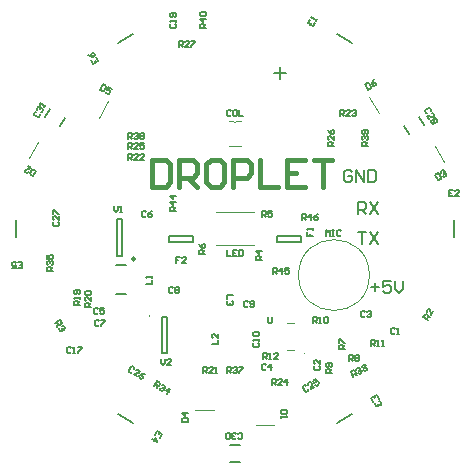
<source format=gto>
G04 Layer_Color=65535*
%FSLAX25Y25*%
%MOIN*%
G70*
G01*
G75*
%ADD37C,0.00500*%
%ADD39C,0.00984*%
%ADD47C,0.01500*%
%ADD67C,0.00394*%
%ADD68C,0.00591*%
%ADD69C,0.00787*%
D37*
X81333Y121666D02*
X81000Y121999D01*
X80333D01*
X80000Y121666D01*
Y120333D01*
X80333Y120000D01*
X81000D01*
X81333Y120333D01*
X82999Y121999D02*
X82333D01*
X81999Y121666D01*
Y120333D01*
X82333Y120000D01*
X82999D01*
X83332Y120333D01*
Y121666D01*
X82999Y121999D01*
X83999D02*
Y120000D01*
X85332D01*
X64000Y143000D02*
Y144999D01*
X65000D01*
X65333Y144666D01*
Y144000D01*
X65000Y143667D01*
X64000D01*
X64666D02*
X65333Y143000D01*
X67332D02*
X65999D01*
X67332Y144333D01*
Y144666D01*
X66999Y144999D01*
X66333D01*
X65999Y144666D01*
X67999Y144999D02*
X69332D01*
Y144666D01*
X67999Y143333D01*
Y143000D01*
X73000Y149500D02*
X71001D01*
Y150500D01*
X71334Y150833D01*
X72000D01*
X72334Y150500D01*
Y149500D01*
Y150166D02*
X73000Y150833D01*
Y152499D02*
X71001D01*
X72000Y151499D01*
Y152832D01*
X71334Y153499D02*
X71001Y153832D01*
Y154498D01*
X71334Y154832D01*
X72667D01*
X73000Y154498D01*
Y153832D01*
X72667Y153499D01*
X71334D01*
X61334Y150833D02*
X61001Y150500D01*
Y149833D01*
X61334Y149500D01*
X62667D01*
X63000Y149833D01*
Y150500D01*
X62667Y150833D01*
X63000Y151499D02*
Y152166D01*
Y151833D01*
X61001D01*
X61334Y151499D01*
X62667Y153165D02*
X63000Y153499D01*
Y154165D01*
X62667Y154498D01*
X61334D01*
X61001Y154165D01*
Y153499D01*
X61334Y153165D01*
X61667D01*
X62000Y153499D01*
Y154498D01*
X93500Y52999D02*
Y51333D01*
X93833Y51000D01*
X94500D01*
X94833Y51333D01*
Y52999D01*
X113000Y80000D02*
Y81999D01*
X113666Y81333D01*
X114333Y81999D01*
Y80000D01*
X114999Y81999D02*
X115666D01*
X115333D01*
Y80000D01*
X114999D01*
X115666D01*
X117998Y81666D02*
X117665Y81999D01*
X116999D01*
X116665Y81666D01*
Y80333D01*
X116999Y80000D01*
X117665D01*
X117998Y80333D01*
X108500Y51200D02*
Y53199D01*
X109500D01*
X109833Y52866D01*
Y52200D01*
X109500Y51866D01*
X108500D01*
X109167D02*
X109833Y51200D01*
X110499D02*
X111166D01*
X110833D01*
Y53199D01*
X110499Y52866D01*
X112165D02*
X112499Y53199D01*
X113165D01*
X113498Y52866D01*
Y51533D01*
X113165Y51200D01*
X112499D01*
X112165Y51533D01*
Y52866D01*
X115000Y34500D02*
X113001D01*
Y35500D01*
X113334Y35833D01*
X114000D01*
X114333Y35500D01*
Y34500D01*
Y35166D02*
X115000Y35833D01*
X114667Y36499D02*
X115000Y36833D01*
Y37499D01*
X114667Y37832D01*
X113334D01*
X113001Y37499D01*
Y36833D01*
X113334Y36499D01*
X113667D01*
X114000Y36833D01*
Y37832D01*
X92000Y39000D02*
Y40999D01*
X93000D01*
X93333Y40666D01*
Y40000D01*
X93000Y39666D01*
X92000D01*
X92666D02*
X93333Y39000D01*
X93999D02*
X94666D01*
X94333D01*
Y40999D01*
X93999Y40666D01*
X96998Y39000D02*
X95666D01*
X96998Y40333D01*
Y40666D01*
X96665Y40999D01*
X95999D01*
X95666Y40666D01*
X120500Y38500D02*
Y40499D01*
X121500D01*
X121833Y40166D01*
Y39500D01*
X121500Y39166D01*
X120500D01*
X121167D02*
X121833Y38500D01*
X122499Y40166D02*
X122833Y40499D01*
X123499D01*
X123832Y40166D01*
Y39833D01*
X123499Y39500D01*
X123832Y39166D01*
Y38833D01*
X123499Y38500D01*
X122833D01*
X122499Y38833D01*
Y39166D01*
X122833Y39500D01*
X122499Y39833D01*
Y40166D01*
X122833Y39500D02*
X123499D01*
X119099Y42500D02*
X117100D01*
Y43500D01*
X117433Y43833D01*
X118100D01*
X118433Y43500D01*
Y42500D01*
Y43166D02*
X119099Y43833D01*
X117100Y44499D02*
Y45832D01*
X117433D01*
X118766Y44499D01*
X119099D01*
X128000Y43500D02*
Y45499D01*
X129000D01*
X129333Y45166D01*
Y44500D01*
X129000Y44166D01*
X128000D01*
X128666D02*
X129333Y43500D01*
X129999D02*
X130666D01*
X130333D01*
Y45499D01*
X129999Y45166D01*
X131666Y43500D02*
X132332D01*
X131999D01*
Y45499D01*
X131666Y45166D01*
X109334Y36833D02*
X109001Y36500D01*
Y35833D01*
X109334Y35500D01*
X110667D01*
X111000Y35833D01*
Y36500D01*
X110667Y36833D01*
X111000Y38832D02*
Y37499D01*
X109667Y38832D01*
X109334D01*
X109001Y38499D01*
Y37833D01*
X109334Y37499D01*
X135833Y49166D02*
X135500Y49499D01*
X134833D01*
X134500Y49166D01*
Y47833D01*
X134833Y47500D01*
X135500D01*
X135833Y47833D01*
X136499Y47500D02*
X137166D01*
X136833D01*
Y49499D01*
X136499Y49166D01*
X92833Y37166D02*
X92500Y37499D01*
X91833D01*
X91500Y37166D01*
Y35833D01*
X91833Y35500D01*
X92500D01*
X92833Y35833D01*
X94499Y35500D02*
Y37499D01*
X93499Y36500D01*
X94832D01*
X125833Y54666D02*
X125500Y54999D01*
X124833D01*
X124500Y54666D01*
Y53333D01*
X124833Y53000D01*
X125500D01*
X125833Y53333D01*
X126499Y54666D02*
X126833Y54999D01*
X127499D01*
X127832Y54666D01*
Y54333D01*
X127499Y54000D01*
X127166D01*
X127499D01*
X127832Y53666D01*
Y53333D01*
X127499Y53000D01*
X126833D01*
X126499Y53333D01*
X91500Y72000D02*
X89501D01*
Y73000D01*
X89834Y73333D01*
X90500D01*
X90834Y73000D01*
Y72000D01*
Y72666D02*
X91500Y73333D01*
Y74999D02*
X89501D01*
X90500Y73999D01*
Y75332D01*
X37333Y51666D02*
X37000Y51999D01*
X36333D01*
X36000Y51666D01*
Y50333D01*
X36333Y50000D01*
X37000D01*
X37333Y50333D01*
X37999Y51999D02*
X39332D01*
Y51666D01*
X37999Y50333D01*
Y50000D01*
X61833Y62666D02*
X61500Y62999D01*
X60833D01*
X60500Y62666D01*
Y61333D01*
X60833Y61000D01*
X61500D01*
X61833Y61333D01*
X62499Y62666D02*
X62833Y62999D01*
X63499D01*
X63832Y62666D01*
Y62333D01*
X63499Y62000D01*
X63832Y61666D01*
Y61333D01*
X63499Y61000D01*
X62833D01*
X62499Y61333D01*
Y61666D01*
X62833Y62000D01*
X62499Y62333D01*
Y62666D01*
X62833Y62000D02*
X63499D01*
X86833Y58166D02*
X86500Y58499D01*
X85833D01*
X85500Y58166D01*
Y56833D01*
X85833Y56500D01*
X86500D01*
X86833Y56833D01*
X87499D02*
X87833Y56500D01*
X88499D01*
X88832Y56833D01*
Y58166D01*
X88499Y58499D01*
X87833D01*
X87499Y58166D01*
Y57833D01*
X87833Y57500D01*
X88832D01*
X88834Y44333D02*
X88501Y44000D01*
Y43333D01*
X88834Y43000D01*
X90167D01*
X90500Y43333D01*
Y44000D01*
X90167Y44333D01*
X90500Y44999D02*
Y45666D01*
Y45333D01*
X88501D01*
X88834Y44999D01*
Y46665D02*
X88501Y46999D01*
Y47665D01*
X88834Y47998D01*
X90167D01*
X90500Y47665D01*
Y46999D01*
X90167Y46665D01*
X88834D01*
X52833Y88166D02*
X52500Y88499D01*
X51833D01*
X51500Y88166D01*
Y86833D01*
X51833Y86500D01*
X52500D01*
X52833Y86833D01*
X54832Y88499D02*
X54166Y88166D01*
X53499Y87500D01*
Y86833D01*
X53833Y86500D01*
X54499D01*
X54832Y86833D01*
Y87166D01*
X54499Y87500D01*
X53499D01*
X106304Y30112D02*
X105848Y30230D01*
X105273Y29892D01*
X105155Y29436D01*
X105831Y28287D01*
X106287Y28169D01*
X106862Y28507D01*
X106980Y28963D01*
X108872Y29689D02*
X107723Y29014D01*
X108196Y30838D01*
X108027Y31126D01*
X107571Y31244D01*
X106997Y30906D01*
X106878Y30450D01*
X109582Y32427D02*
X108433Y31751D01*
X108940Y30889D01*
X109345Y31514D01*
X109632Y31683D01*
X110089Y31565D01*
X110426Y30990D01*
X110308Y30534D01*
X109734Y30196D01*
X109278Y30315D01*
X48994Y35760D02*
X48875Y36216D01*
X48301Y36554D01*
X47845Y36436D01*
X47169Y35287D01*
X47287Y34831D01*
X47862Y34493D01*
X48318Y34611D01*
X49872Y33310D02*
X48723Y33986D01*
X50548Y34459D01*
X50717Y34747D01*
X50599Y35203D01*
X50024Y35541D01*
X49568Y35422D01*
X52609Y34020D02*
X51866Y34071D01*
X50954Y33834D01*
X50616Y33260D01*
X50734Y32804D01*
X51308Y32466D01*
X51764Y32584D01*
X51933Y32871D01*
X51815Y33327D01*
X50954Y33834D01*
X22334Y84833D02*
X22001Y84500D01*
Y83833D01*
X22334Y83500D01*
X23667D01*
X24000Y83833D01*
Y84500D01*
X23667Y84833D01*
X24000Y86832D02*
Y85499D01*
X22667Y86832D01*
X22334D01*
X22001Y86499D01*
Y85833D01*
X22334Y85499D01*
X22001Y87499D02*
Y88832D01*
X22334D01*
X23667Y87499D01*
X24000D01*
X27833Y42666D02*
X27500Y42999D01*
X26833D01*
X26500Y42666D01*
Y41333D01*
X26833Y41000D01*
X27500D01*
X27833Y41333D01*
X28499Y41000D02*
X29166D01*
X28833D01*
Y42999D01*
X28499Y42666D01*
X30165Y42999D02*
X31498D01*
Y42666D01*
X30165Y41333D01*
Y41000D01*
X147773Y121604D02*
X147900Y122058D01*
X147573Y122639D01*
X147119Y122766D01*
X145957Y122112D01*
X145830Y121658D01*
X146157Y121078D01*
X146611Y120950D01*
X147301Y119044D02*
X146647Y120206D01*
X148462Y119698D01*
X148753Y119861D01*
X148880Y120315D01*
X148553Y120896D01*
X148099Y121023D01*
X147918Y118627D02*
X147791Y118173D01*
X148117Y117592D01*
X148571Y117465D01*
X149733Y118119D01*
X149860Y118573D01*
X149533Y119153D01*
X149080Y119281D01*
X148789Y119117D01*
X148662Y118663D01*
X149152Y117792D01*
X83667Y12834D02*
X84000Y12501D01*
X84667D01*
X85000Y12834D01*
Y14167D01*
X84667Y14500D01*
X84000D01*
X83667Y14167D01*
X83001Y12834D02*
X82667Y12501D01*
X82001D01*
X81668Y12834D01*
Y13167D01*
X82001Y13500D01*
X82334D01*
X82001D01*
X81668Y13834D01*
Y14167D01*
X82001Y14500D01*
X82667D01*
X83001Y14167D01*
X81001Y12834D02*
X80668Y12501D01*
X80002D01*
X79668Y12834D01*
Y14167D01*
X80002Y14500D01*
X80668D01*
X81001Y14167D01*
Y12834D01*
X16191Y121474D02*
X15738Y121345D01*
X15414Y120762D01*
X15543Y120309D01*
X16709Y119662D01*
X17162Y119791D01*
X17485Y120374D01*
X17356Y120827D01*
X16514Y122057D02*
X16385Y122510D01*
X16709Y123093D01*
X17162Y123222D01*
X17453Y123060D01*
X17583Y122607D01*
X17421Y122316D01*
X17583Y122607D01*
X18036Y122737D01*
X18327Y122575D01*
X18456Y122122D01*
X18133Y121539D01*
X17680Y121410D01*
X18942Y122995D02*
X19266Y123578D01*
X19104Y123287D01*
X17356Y124258D01*
X17485Y123805D01*
X149240Y100391D02*
X150240Y98660D01*
X151106Y99160D01*
X151228Y99615D01*
X150561Y100769D01*
X150106Y100891D01*
X149240Y100391D01*
X151138Y101103D02*
X151260Y101558D01*
X151838Y101891D01*
X152293Y101769D01*
X152459Y101480D01*
X152337Y101025D01*
X152049Y100859D01*
X152337Y101025D01*
X152793Y100903D01*
X152959Y100615D01*
X152837Y100160D01*
X152260Y99826D01*
X151805Y99948D01*
X99999Y22000D02*
X98000D01*
Y21000D01*
X98333Y20667D01*
X99666D01*
X99999Y21000D01*
Y22000D01*
X98000Y20001D02*
Y19334D01*
Y19667D01*
X99999D01*
X99666Y20001D01*
X65001Y18000D02*
X67000D01*
Y19000D01*
X66667Y19333D01*
X65334D01*
X65001Y19000D01*
Y18000D01*
X67000Y20999D02*
X65001D01*
X66000Y19999D01*
Y21332D01*
X15260Y99928D02*
X16260Y101660D01*
X15394Y102160D01*
X14939Y102038D01*
X14273Y100883D01*
X14395Y100428D01*
X15260Y99928D01*
X13374Y103326D02*
X14528Y102660D01*
X12708Y102172D01*
X12541Y101883D01*
X12663Y101428D01*
X13240Y101095D01*
X13695Y101217D01*
X38559Y130571D02*
X37560Y128840D01*
X38425Y128340D01*
X38881Y128462D01*
X39547Y129616D01*
X39425Y130072D01*
X38559Y130571D01*
X41445Y128905D02*
X40291Y129572D01*
X39791Y128706D01*
X40535Y128661D01*
X40823Y128495D01*
X40945Y128040D01*
X40612Y127462D01*
X40157Y127340D01*
X39580Y127674D01*
X39458Y128129D01*
X107438Y152155D02*
X106770Y151002D01*
X108500Y150000D01*
X109168Y151154D01*
X107635Y150501D02*
X107969Y151078D01*
X109502Y151730D02*
X109836Y152307D01*
X109669Y152019D01*
X107938Y153020D01*
X108060Y152565D01*
X155333Y95499D02*
X154000D01*
Y93500D01*
X155333D01*
X154000Y94500D02*
X154666D01*
X157332Y93500D02*
X155999D01*
X157332Y94833D01*
Y95166D01*
X156999Y95499D01*
X156333D01*
X155999Y95166D01*
X130392Y25774D02*
X129760Y26948D01*
X128000Y26000D01*
X128632Y24826D01*
X128880Y26474D02*
X129196Y25887D01*
X130415Y25030D02*
X130866Y24894D01*
X131182Y24307D01*
X131047Y23856D01*
X130753Y23698D01*
X130302Y23833D01*
X130144Y24127D01*
X130302Y23833D01*
X130167Y23382D01*
X129873Y23224D01*
X129422Y23359D01*
X129106Y23946D01*
X129241Y24398D01*
X57529Y12828D02*
X58214Y13971D01*
X56500Y15000D01*
X55814Y13857D01*
X57357Y14486D02*
X57014Y13914D01*
X54957Y12428D02*
X56671Y11400D01*
X56329Y12771D01*
X55643Y11628D01*
X10167Y69501D02*
X11500D01*
Y71500D01*
X10167D01*
X11500Y70500D02*
X10834D01*
X8168Y69501D02*
X9501D01*
Y70500D01*
X8834Y70167D01*
X8501D01*
X8168Y70500D01*
Y71167D01*
X8501Y71500D01*
X9167D01*
X9501Y71167D01*
X34599Y138587D02*
X35297Y137452D01*
X37000Y138500D01*
X36301Y139635D01*
X36149Y137976D02*
X35799Y138544D01*
X33551Y140290D02*
X34184Y139897D01*
X35101Y139679D01*
X35668Y140028D01*
X35778Y140487D01*
X35428Y141054D01*
X34970Y141163D01*
X34686Y140989D01*
X34577Y140530D01*
X35101Y139679D01*
X106501Y81333D02*
Y80000D01*
X107500D01*
Y80666D01*
Y80000D01*
X108500D01*
Y81999D02*
Y82666D01*
Y82333D01*
X106501D01*
X106834Y81999D01*
X64333Y72999D02*
X63000D01*
Y72000D01*
X63666D01*
X63000D01*
Y71000D01*
X66332D02*
X64999D01*
X66332Y72333D01*
Y72666D01*
X65999Y72999D01*
X65333D01*
X64999Y72666D01*
X81994Y60500D02*
X79995D01*
Y59167D01*
X81661Y58501D02*
X81994Y58167D01*
Y57501D01*
X81661Y57168D01*
X81328D01*
X80995Y57501D01*
Y57834D01*
Y57501D01*
X80661Y57168D01*
X80328D01*
X79995Y57501D01*
Y58167D01*
X80328Y58501D01*
X75001Y44000D02*
X77000D01*
Y45333D01*
Y47332D02*
Y45999D01*
X75667Y47332D01*
X75334D01*
X75001Y46999D01*
Y46333D01*
X75334Y45999D01*
X53001Y64000D02*
X55000D01*
Y65333D01*
Y65999D02*
Y66666D01*
Y66333D01*
X53001D01*
X53334Y65999D01*
X31000Y57000D02*
X29001D01*
Y58000D01*
X29334Y58333D01*
X30000D01*
X30334Y58000D01*
Y57000D01*
Y57666D02*
X31000Y58333D01*
Y58999D02*
Y59666D01*
Y59333D01*
X29001D01*
X29334Y58999D01*
X30667Y60666D02*
X31000Y60999D01*
Y61665D01*
X30667Y61998D01*
X29334D01*
X29001Y61665D01*
Y60999D01*
X29334Y60666D01*
X29667D01*
X30000Y60999D01*
Y61998D01*
X34500Y56500D02*
X32501D01*
Y57500D01*
X32834Y57833D01*
X33500D01*
X33834Y57500D01*
Y56500D01*
Y57166D02*
X34500Y57833D01*
Y59832D02*
Y58499D01*
X33167Y59832D01*
X32834D01*
X32501Y59499D01*
Y58833D01*
X32834Y58499D01*
Y60499D02*
X32501Y60832D01*
Y61498D01*
X32834Y61832D01*
X34167D01*
X34500Y61498D01*
Y60832D01*
X34167Y60499D01*
X32834D01*
X122000Y33000D02*
X121028Y34747D01*
X121902Y35233D01*
X122355Y35104D01*
X122679Y34522D01*
X122550Y34068D01*
X121676Y33582D01*
X122258Y33906D02*
X123165Y33648D01*
X122937Y35428D02*
X123066Y35881D01*
X123649Y36205D01*
X124102Y36076D01*
X124264Y35785D01*
X124135Y35331D01*
X123844Y35170D01*
X124135Y35331D01*
X124588Y35202D01*
X124750Y34911D01*
X124621Y34458D01*
X124038Y34134D01*
X123585Y34263D01*
X124684Y36400D02*
X124814Y36853D01*
X125396Y37177D01*
X125849Y37048D01*
X126011Y36757D01*
X125882Y36303D01*
X125591Y36141D01*
X125882Y36303D01*
X126335Y36174D01*
X126497Y35883D01*
X126368Y35430D01*
X125786Y35106D01*
X125332Y35235D01*
X55500Y30000D02*
X56529Y31714D01*
X57386Y31200D01*
X57500Y30743D01*
X57157Y30171D01*
X56700Y30057D01*
X55843Y30571D01*
X56414Y30229D02*
X56643Y29314D01*
X58072Y30400D02*
X58529Y30514D01*
X59100Y30171D01*
X59215Y29714D01*
X59043Y29428D01*
X58586Y29314D01*
X58300Y29486D01*
X58586Y29314D01*
X58700Y28857D01*
X58529Y28571D01*
X58072Y28457D01*
X57500Y28800D01*
X57386Y29257D01*
X59786Y27428D02*
X60815Y29143D01*
X59443Y28800D01*
X60586Y28114D01*
X21834Y68287D02*
X19835D01*
Y69287D01*
X20168Y69620D01*
X20834D01*
X21168Y69287D01*
Y68287D01*
Y68954D02*
X21834Y69620D01*
X20168Y70287D02*
X19835Y70620D01*
Y71286D01*
X20168Y71620D01*
X20501D01*
X20834Y71286D01*
Y70953D01*
Y71286D01*
X21168Y71620D01*
X21501D01*
X21834Y71286D01*
Y70620D01*
X21501Y70287D01*
X19835Y73619D02*
Y72286D01*
X20834D01*
X20501Y72953D01*
Y73286D01*
X20834Y73619D01*
X21501D01*
X21834Y73286D01*
Y72619D01*
X21501Y72286D01*
X72500Y74000D02*
X70501D01*
Y75000D01*
X70834Y75333D01*
X71500D01*
X71834Y75000D01*
Y74000D01*
Y74666D02*
X72500Y75333D01*
X70501Y77332D02*
X70834Y76666D01*
X71500Y75999D01*
X72167D01*
X72500Y76333D01*
Y76999D01*
X72167Y77332D01*
X71834D01*
X71500Y76999D01*
Y75999D01*
X91500Y86500D02*
Y88499D01*
X92500D01*
X92833Y88166D01*
Y87500D01*
X92500Y87166D01*
X91500D01*
X92166D02*
X92833Y86500D01*
X94832Y88499D02*
X93499D01*
Y87500D01*
X94166Y87833D01*
X94499D01*
X94832Y87500D01*
Y86833D01*
X94499Y86500D01*
X93833D01*
X93499Y86833D01*
X80000Y34500D02*
Y36499D01*
X81000D01*
X81333Y36166D01*
Y35500D01*
X81000Y35166D01*
X80000D01*
X80666D02*
X81333Y34500D01*
X81999Y36166D02*
X82333Y36499D01*
X82999D01*
X83332Y36166D01*
Y35833D01*
X82999Y35500D01*
X82666D01*
X82999D01*
X83332Y35166D01*
Y34833D01*
X82999Y34500D01*
X82333D01*
X81999Y34833D01*
X83999Y36499D02*
X85332D01*
Y36166D01*
X83999Y34833D01*
Y34500D01*
X95000Y30500D02*
Y32499D01*
X96000D01*
X96333Y32166D01*
Y31500D01*
X96000Y31166D01*
X95000D01*
X95666D02*
X96333Y30500D01*
X98332D02*
X96999D01*
X98332Y31833D01*
Y32166D01*
X97999Y32499D01*
X97333D01*
X96999Y32166D01*
X99998Y30500D02*
Y32499D01*
X98999Y31500D01*
X100332D01*
X72000Y34500D02*
Y36499D01*
X73000D01*
X73333Y36166D01*
Y35500D01*
X73000Y35166D01*
X72000D01*
X72666D02*
X73333Y34500D01*
X75332D02*
X73999D01*
X75332Y35833D01*
Y36166D01*
X74999Y36499D01*
X74333D01*
X73999Y36166D01*
X75999Y34500D02*
X76665D01*
X76332D01*
Y36499D01*
X75999Y36166D01*
X47000Y112500D02*
Y114499D01*
X48000D01*
X48333Y114166D01*
Y113500D01*
X48000Y113166D01*
X47000D01*
X47666D02*
X48333Y112500D01*
X48999Y114166D02*
X49333Y114499D01*
X49999D01*
X50332Y114166D01*
Y113833D01*
X49999Y113500D01*
X49666D01*
X49999D01*
X50332Y113166D01*
Y112833D01*
X49999Y112500D01*
X49333D01*
X48999Y112833D01*
X50999Y114166D02*
X51332Y114499D01*
X51998D01*
X52332Y114166D01*
Y113833D01*
X51998Y113500D01*
X52332Y113166D01*
Y112833D01*
X51998Y112500D01*
X51332D01*
X50999Y112833D01*
Y113166D01*
X51332Y113500D01*
X50999Y113833D01*
Y114166D01*
X51332Y113500D02*
X51998D01*
X47000Y109000D02*
Y110999D01*
X48000D01*
X48333Y110666D01*
Y110000D01*
X48000Y109667D01*
X47000D01*
X47666D02*
X48333Y109000D01*
X50332D02*
X48999D01*
X50332Y110333D01*
Y110666D01*
X49999Y110999D01*
X49333D01*
X48999Y110666D01*
X52332Y110999D02*
X50999D01*
Y110000D01*
X51665Y110333D01*
X51998D01*
X52332Y110000D01*
Y109333D01*
X51998Y109000D01*
X51332D01*
X50999Y109333D01*
X47000Y105500D02*
Y107499D01*
X48000D01*
X48333Y107166D01*
Y106500D01*
X48000Y106167D01*
X47000D01*
X47666D02*
X48333Y105500D01*
X50332D02*
X48999D01*
X50332Y106833D01*
Y107166D01*
X49999Y107499D01*
X49333D01*
X48999Y107166D01*
X52332Y105500D02*
X50999D01*
X52332Y106833D01*
Y107166D01*
X51998Y107499D01*
X51332D01*
X50999Y107166D01*
X147000Y52000D02*
X145260Y52986D01*
X145753Y53855D01*
X146207Y53981D01*
X146787Y53653D01*
X146913Y53198D01*
X146420Y52328D01*
X146749Y52908D02*
X147657Y53160D01*
X148643Y54899D02*
X147986Y53740D01*
X147483Y55556D01*
X147193Y55721D01*
X146739Y55595D01*
X146410Y55015D01*
X146536Y54561D01*
X22500Y51000D02*
X24215Y52028D01*
X24729Y51171D01*
X24614Y50714D01*
X24043Y50371D01*
X23586Y50485D01*
X23072Y51343D01*
X23414Y50771D02*
X23185Y49857D01*
X24957Y50142D02*
X25414Y50028D01*
X25757Y49456D01*
X25642Y48999D01*
X25357Y48827D01*
X24900Y48942D01*
X24728Y49228D01*
X24900Y48942D01*
X24785Y48485D01*
X24499Y48313D01*
X24042Y48428D01*
X23699Y48999D01*
X23814Y49457D01*
X63000Y88500D02*
X61001D01*
Y89500D01*
X61334Y89833D01*
X62000D01*
X62334Y89500D01*
Y88500D01*
Y89166D02*
X63000Y89833D01*
Y91499D02*
X61001D01*
X62000Y90499D01*
Y91832D01*
X63000Y93498D02*
X61001D01*
X62000Y92499D01*
Y93832D01*
X95234Y67234D02*
Y69234D01*
X96234D01*
X96567Y68901D01*
Y68234D01*
X96234Y67901D01*
X95234D01*
X95901D02*
X96567Y67234D01*
X98233D02*
Y69234D01*
X97234Y68234D01*
X98567D01*
X100566Y69234D02*
X99233D01*
Y68234D01*
X99900Y68567D01*
X100233D01*
X100566Y68234D01*
Y67568D01*
X100233Y67234D01*
X99566D01*
X99233Y67568D01*
X105000Y85500D02*
Y87499D01*
X106000D01*
X106333Y87166D01*
Y86500D01*
X106000Y86166D01*
X105000D01*
X105666D02*
X106333Y85500D01*
X107999D02*
Y87499D01*
X106999Y86500D01*
X108332D01*
X110332Y87499D02*
X109665Y87166D01*
X108999Y86500D01*
Y85833D01*
X109332Y85500D01*
X109998D01*
X110332Y85833D01*
Y86166D01*
X109998Y86500D01*
X108999D01*
X80000Y75499D02*
Y73500D01*
X81333D01*
X83332Y75499D02*
X81999D01*
Y73500D01*
X83332D01*
X81999Y74500D02*
X82666D01*
X83999Y75499D02*
Y73500D01*
X84998D01*
X85332Y73833D01*
Y75166D01*
X84998Y75499D01*
X83999D01*
X42200Y89999D02*
Y88666D01*
X42866Y88000D01*
X43533Y88666D01*
Y89999D01*
X44199Y88000D02*
X44866D01*
X44533D01*
Y89999D01*
X44199Y89666D01*
X58000Y38999D02*
Y37666D01*
X58666Y37000D01*
X59333Y37666D01*
Y38999D01*
X61332Y37000D02*
X59999D01*
X61332Y38333D01*
Y38666D01*
X60999Y38999D01*
X60333D01*
X59999Y38666D01*
X127000Y110000D02*
X125001D01*
Y111000D01*
X125334Y111333D01*
X126000D01*
X126333Y111000D01*
Y110000D01*
Y110667D02*
X127000Y111333D01*
X125334Y111999D02*
X125001Y112333D01*
Y112999D01*
X125334Y113332D01*
X125667D01*
X126000Y112999D01*
Y112666D01*
Y112999D01*
X126333Y113332D01*
X126667D01*
X127000Y112999D01*
Y112333D01*
X126667Y111999D01*
Y113999D02*
X127000Y114332D01*
Y114998D01*
X126667Y115332D01*
X125334D01*
X125001Y114998D01*
Y114332D01*
X125334Y113999D01*
X125667D01*
X126000Y114332D01*
Y115332D01*
X115500Y110000D02*
X113501D01*
Y111000D01*
X113834Y111333D01*
X114500D01*
X114833Y111000D01*
Y110000D01*
Y110667D02*
X115500Y111333D01*
Y113332D02*
Y111999D01*
X114167Y113332D01*
X113834D01*
X113501Y112999D01*
Y112333D01*
X113834Y111999D01*
X113501Y115332D02*
X113834Y114665D01*
X114500Y113999D01*
X115167D01*
X115500Y114332D01*
Y114998D01*
X115167Y115332D01*
X114833D01*
X114500Y114998D01*
Y113999D01*
X117500Y120000D02*
Y121999D01*
X118500D01*
X118833Y121666D01*
Y121000D01*
X118500Y120667D01*
X117500D01*
X118166D02*
X118833Y120000D01*
X120832D02*
X119499D01*
X120832Y121333D01*
Y121666D01*
X120499Y121999D01*
X119833D01*
X119499Y121666D01*
X121499D02*
X121832Y121999D01*
X122498D01*
X122832Y121666D01*
Y121333D01*
X122498Y121000D01*
X122165D01*
X122498D01*
X122832Y120667D01*
Y120333D01*
X122498Y120000D01*
X121832D01*
X121499Y120333D01*
X125940Y130571D02*
X126940Y128840D01*
X127806Y129340D01*
X127928Y129795D01*
X127261Y130949D01*
X126806Y131071D01*
X125940Y130571D01*
X128826Y132238D02*
X128416Y131616D01*
X128172Y130705D01*
X128505Y130128D01*
X128960Y130006D01*
X129537Y130340D01*
X129659Y130795D01*
X129493Y131083D01*
X129037Y131205D01*
X128172Y130705D01*
X36833Y55666D02*
X36500Y55999D01*
X35833D01*
X35500Y55666D01*
Y54333D01*
X35833Y54000D01*
X36500D01*
X36833Y54333D01*
X38832Y55999D02*
X37499D01*
Y55000D01*
X38166Y55333D01*
X38499D01*
X38832Y55000D01*
Y54333D01*
X38499Y54000D01*
X37833D01*
X37499Y54333D01*
D39*
X49216Y72413D02*
G03*
X49216Y72413I-492J0D01*
G01*
D47*
X55000Y105497D02*
Y96500D01*
X59499D01*
X60998Y98000D01*
Y103998D01*
X59499Y105497D01*
X55000D01*
X63997Y96500D02*
Y105497D01*
X68496D01*
X69995Y103998D01*
Y100999D01*
X68496Y99499D01*
X63997D01*
X66996D02*
X69995Y96500D01*
X77493Y105497D02*
X74494D01*
X72994Y103998D01*
Y98000D01*
X74494Y96500D01*
X77493D01*
X78992Y98000D01*
Y103998D01*
X77493Y105497D01*
X81991Y96500D02*
Y105497D01*
X86490D01*
X87989Y103998D01*
Y100999D01*
X86490Y99499D01*
X81991D01*
X90988Y105497D02*
Y96500D01*
X96986D01*
X105983Y105497D02*
X99985D01*
Y96500D01*
X105983D01*
X99985Y100999D02*
X102984D01*
X108983Y105497D02*
X114981D01*
X111982D01*
Y96500D01*
D67*
X81867Y118363D02*
G03*
X83147Y118363I640J0D01*
G01*
X127311Y67000D02*
G03*
X127311Y67000I-11811J0D01*
G01*
X105697Y40900D02*
G03*
X105697Y40900I-197J0D01*
G01*
X75217Y88406D02*
G03*
X75217Y88406I-197J0D01*
G01*
X80582Y109947D02*
X84401D01*
X83147Y118363D02*
X84416Y118363D01*
X80587Y118363D02*
X81857Y118363D01*
X99819Y51028D02*
X102181D01*
X99819Y41972D02*
X102181D01*
X76201Y88012D02*
X88799D01*
X76201Y76988D02*
X88799D01*
X127209Y126448D02*
X130359Y120993D01*
X37141Y119493D02*
X40291Y124948D01*
X13709Y106052D02*
X16859Y111507D01*
X69252Y22059D02*
X75551D01*
X89350Y16941D02*
X95650D01*
X149141Y110007D02*
X152291Y104552D01*
D68*
X54079Y53299D02*
G03*
X54079Y53299I-197J0D01*
G01*
X123500Y81436D02*
X126124D01*
X124812D01*
Y77500D01*
X127436Y81436D02*
X130060Y77500D01*
Y81436D02*
X127436Y77500D01*
X123500Y87500D02*
Y91436D01*
X125468D01*
X126124Y90780D01*
Y89468D01*
X125468Y88812D01*
X123500D01*
X124812D02*
X126124Y87500D01*
X127436Y91436D02*
X130060Y87500D01*
Y91436D02*
X127436Y87500D01*
X121624Y101280D02*
X120968Y101936D01*
X119656D01*
X119000Y101280D01*
Y98656D01*
X119656Y98000D01*
X120968D01*
X121624Y98656D01*
Y99968D01*
X120312D01*
X122936Y98000D02*
Y101936D01*
X125560Y98000D01*
Y101936D01*
X126872D02*
Y98000D01*
X128839D01*
X129495Y98656D01*
Y101280D01*
X128839Y101936D01*
X126872D01*
X128000Y62968D02*
X130624D01*
X129312Y64280D02*
Y61656D01*
X134560Y64936D02*
X131936D01*
Y62968D01*
X133248Y63624D01*
X133904D01*
X134560Y62968D01*
Y61656D01*
X133904Y61000D01*
X132592D01*
X131936Y61656D01*
X135872Y64936D02*
Y62312D01*
X137183Y61000D01*
X138495Y62312D01*
Y64936D01*
D69*
X95461Y134248D02*
X99398D01*
X97429Y132280D02*
Y136216D01*
X43427Y144271D02*
X48542Y147224D01*
X9468Y79548D02*
Y85453D01*
X43427Y20729D02*
X48541Y17776D01*
X116458Y17776D02*
X121573Y20729D01*
X155532Y79547D02*
Y85452D01*
X116459Y147224D02*
X121573Y144271D01*
X60563Y78016D02*
Y79984D01*
Y78016D02*
X68437D01*
X60563Y79984D02*
X68437D01*
Y78016D02*
Y79984D01*
X96563Y78016D02*
Y79984D01*
Y78016D02*
X104437D01*
X96563Y79984D02*
X104437D01*
Y78016D02*
Y79984D01*
X58016Y53102D02*
X59984D01*
X58016Y40898D02*
X59984D01*
X58016D02*
Y53102D01*
X59984Y40898D02*
Y53102D01*
X42925Y70224D02*
X46075D01*
X42925Y60776D02*
X46075D01*
X19155Y119613D02*
X20730Y122340D01*
X24270Y116660D02*
X25845Y119387D01*
X80925Y4547D02*
X84075D01*
X80925Y10453D02*
X84075D01*
X138822Y116836D02*
X140397Y114109D01*
X143937Y119789D02*
X145511Y117061D01*
X43016Y73398D02*
Y85602D01*
X44984Y73398D02*
Y85602D01*
X43016D02*
X44984D01*
X43016Y73398D02*
X44984D01*
M02*

</source>
